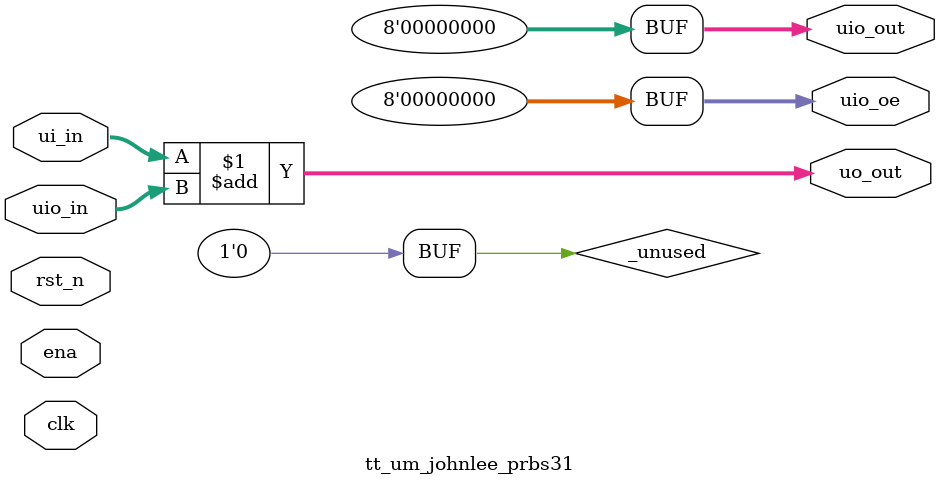
<source format=v>
/*
 * Copyright (c) 2024 Your Name
 * SPDX-License-Identifier: Apache-2.0
 */

`default_nettype none

module tt_um_johnlee_prbs31 (
    input  wire [7:0] ui_in,    // Dedicated inputs
    output wire [7:0] uo_out,   // Dedicated outputs
    input  wire [7:0] uio_in,   // IOs: Input path
    output wire [7:0] uio_out,  // IOs: Output path
    output wire [7:0] uio_oe,   // IOs: Enable path (active high: 0=input, 1=output)
    input  wire       ena,      // always 1 when the design is powered, so you can ignore it
    input  wire       clk,      // clock
    input  wire       rst_n     // reset_n - low to reset
);

  // All output pins must be assigned. If not used, assign to 0.
  assign uo_out  = ui_in + uio_in;  // Example: ou_out is the sum of ui_in and uio_in
  assign uio_out = 0;
  assign uio_oe  = 0;

  // List all unused inputs to prevent warnings
  wire _unused = &{ena, clk, rst_n, 1'b0};

endmodule

</source>
